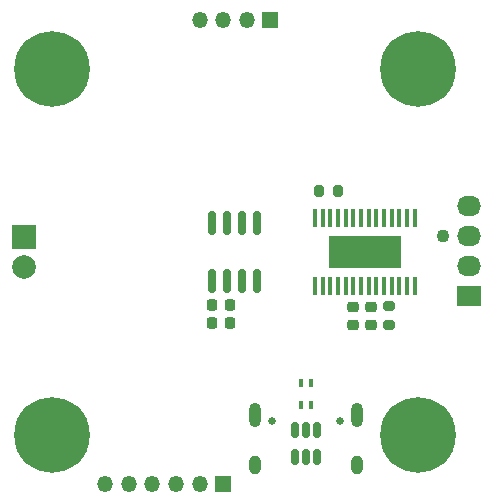
<source format=gbs>
%TF.GenerationSoftware,KiCad,Pcbnew,8.0.4*%
%TF.CreationDate,2024-08-27T17:51:01+02:00*%
%TF.ProjectId,stepper_driver_PCB,73746570-7065-4725-9f64-72697665725f,rev?*%
%TF.SameCoordinates,Original*%
%TF.FileFunction,Soldermask,Bot*%
%TF.FilePolarity,Negative*%
%FSLAX46Y46*%
G04 Gerber Fmt 4.6, Leading zero omitted, Abs format (unit mm)*
G04 Created by KiCad (PCBNEW 8.0.4) date 2024-08-27 17:51:01*
%MOMM*%
%LPD*%
G01*
G04 APERTURE LIST*
G04 Aperture macros list*
%AMRoundRect*
0 Rectangle with rounded corners*
0 $1 Rounding radius*
0 $2 $3 $4 $5 $6 $7 $8 $9 X,Y pos of 4 corners*
0 Add a 4 corners polygon primitive as box body*
4,1,4,$2,$3,$4,$5,$6,$7,$8,$9,$2,$3,0*
0 Add four circle primitives for the rounded corners*
1,1,$1+$1,$2,$3*
1,1,$1+$1,$4,$5*
1,1,$1+$1,$6,$7*
1,1,$1+$1,$8,$9*
0 Add four rect primitives between the rounded corners*
20,1,$1+$1,$2,$3,$4,$5,0*
20,1,$1+$1,$4,$5,$6,$7,0*
20,1,$1+$1,$6,$7,$8,$9,0*
20,1,$1+$1,$8,$9,$2,$3,0*%
G04 Aperture macros list end*
%ADD10R,1.350000X1.350000*%
%ADD11O,1.350000X1.350000*%
%ADD12C,0.800000*%
%ADD13C,6.400000*%
%ADD14R,2.000000X2.000000*%
%ADD15C,2.000000*%
%ADD16C,0.650000*%
%ADD17O,1.000000X2.100000*%
%ADD18O,1.000000X1.600000*%
%ADD19C,1.100000*%
%ADD20R,2.030000X1.730000*%
%ADD21O,2.030000X1.730000*%
%ADD22RoundRect,0.150000X0.150000X-0.825000X0.150000X0.825000X-0.150000X0.825000X-0.150000X-0.825000X0*%
%ADD23RoundRect,0.225000X-0.250000X0.225000X-0.250000X-0.225000X0.250000X-0.225000X0.250000X0.225000X0*%
%ADD24RoundRect,0.150000X-0.150000X0.512500X-0.150000X-0.512500X0.150000X-0.512500X0.150000X0.512500X0*%
%ADD25RoundRect,0.225000X0.225000X0.250000X-0.225000X0.250000X-0.225000X-0.250000X0.225000X-0.250000X0*%
%ADD26RoundRect,0.100000X0.100000X-0.675000X0.100000X0.675000X-0.100000X0.675000X-0.100000X-0.675000X0*%
%ADD27R,6.200000X2.750000*%
%ADD28RoundRect,0.225000X-0.225000X-0.250000X0.225000X-0.250000X0.225000X0.250000X-0.225000X0.250000X0*%
%ADD29RoundRect,0.225000X0.250000X-0.225000X0.250000X0.225000X-0.250000X0.225000X-0.250000X-0.225000X0*%
%ADD30RoundRect,0.200000X-0.275000X0.200000X-0.275000X-0.200000X0.275000X-0.200000X0.275000X0.200000X0*%
%ADD31RoundRect,0.200000X-0.200000X-0.275000X0.200000X-0.275000X0.200000X0.275000X-0.200000X0.275000X0*%
%ADD32R,0.406400X0.762000*%
G04 APERTURE END LIST*
D10*
%TO.C,J2*%
X114500000Y-115150000D03*
D11*
X112499999Y-115150000D03*
X110500000Y-115150000D03*
X108500000Y-115150000D03*
X106500000Y-115150000D03*
X104500000Y-115150000D03*
%TD*%
D10*
%TO.C,J4*%
X118500000Y-75850000D03*
D11*
X116499999Y-75850000D03*
X114500000Y-75850000D03*
X112500000Y-75850000D03*
%TD*%
D12*
%TO.C,H2*%
X128600000Y-80000000D03*
X129302944Y-78302944D03*
X129302944Y-81697056D03*
X131000000Y-77600000D03*
D13*
X131000000Y-80000000D03*
D12*
X131000000Y-82400000D03*
X132697056Y-78302944D03*
X132697056Y-81697056D03*
X133400000Y-80000000D03*
%TD*%
D14*
%TO.C,J1*%
X97600000Y-94200000D03*
D15*
X97600000Y-96740000D03*
%TD*%
D16*
%TO.C,J5*%
X118610000Y-109845000D03*
X124390000Y-109845000D03*
D17*
X117180000Y-109345000D03*
D18*
X117180000Y-113525000D03*
D17*
X125820000Y-109345000D03*
D18*
X125820000Y-113525000D03*
%TD*%
D12*
%TO.C,H1*%
X97600000Y-80000000D03*
X98302944Y-78302944D03*
X98302944Y-81697056D03*
X100000000Y-77600000D03*
D13*
X100000000Y-80000000D03*
D12*
X100000000Y-82400000D03*
X101697056Y-78302944D03*
X101697056Y-81697056D03*
X102400000Y-80000000D03*
%TD*%
D19*
%TO.C,J3*%
X133140000Y-94170000D03*
D20*
X135300000Y-99250000D03*
D21*
X135300000Y-96710000D03*
X135300000Y-94170001D03*
X135300000Y-91630000D03*
%TD*%
D12*
%TO.C,H4*%
X128600000Y-111000000D03*
X129302944Y-109302944D03*
X129302944Y-112697056D03*
X131000000Y-108600000D03*
D13*
X131000000Y-111000000D03*
D12*
X131000000Y-113400000D03*
X132697056Y-109302944D03*
X132697056Y-112697056D03*
X133400000Y-111000000D03*
%TD*%
%TO.C,H3*%
X97600000Y-111000000D03*
X98302944Y-109302944D03*
X98302944Y-112697056D03*
X100000000Y-108600000D03*
D13*
X100000000Y-111000000D03*
D12*
X100000000Y-113400000D03*
X101697056Y-109302944D03*
X101697056Y-112697056D03*
X102400000Y-111000000D03*
%TD*%
D22*
%TO.C,U2*%
X117405000Y-97975000D03*
X116135000Y-97975000D03*
X114865000Y-97975000D03*
X113595000Y-97975000D03*
X113595000Y-93025000D03*
X114865000Y-93025000D03*
X116135000Y-93025000D03*
X117405000Y-93025000D03*
%TD*%
D23*
%TO.C,C15*%
X127000000Y-100125000D03*
X127000000Y-101675000D03*
%TD*%
D24*
%TO.C,U6*%
X120550001Y-110562500D03*
X121500000Y-110562500D03*
X122449999Y-110562500D03*
X122449999Y-112837500D03*
X121500000Y-112837500D03*
X120550001Y-112837500D03*
%TD*%
D25*
%TO.C,C4*%
X115075000Y-101500000D03*
X113525000Y-101500000D03*
%TD*%
D26*
%TO.C,U5*%
X130725000Y-98375000D03*
X130075000Y-98375000D03*
X129425000Y-98375000D03*
X128775000Y-98375000D03*
X128125001Y-98375000D03*
X127475000Y-98375000D03*
X126825000Y-98375000D03*
X126175000Y-98375000D03*
X125525000Y-98375000D03*
X124874999Y-98375000D03*
X124225000Y-98375000D03*
X123575000Y-98375000D03*
X122925000Y-98375000D03*
X122275000Y-98375000D03*
X122275000Y-92625000D03*
X122925000Y-92625000D03*
X123575000Y-92625000D03*
X124225000Y-92625000D03*
X124874999Y-92625000D03*
X125525000Y-92625000D03*
X126175000Y-92625000D03*
X126825000Y-92625000D03*
X127475000Y-92625000D03*
X128125001Y-92625000D03*
X128775000Y-92625000D03*
X129425000Y-92625000D03*
X130075000Y-92625000D03*
X130725000Y-92625000D03*
D27*
X126500000Y-95500000D03*
%TD*%
D28*
%TO.C,C3*%
X113550000Y-100000000D03*
X115100000Y-100000000D03*
%TD*%
D29*
%TO.C,C16*%
X125500000Y-101675000D03*
X125500000Y-100125000D03*
%TD*%
D30*
%TO.C,R10*%
X128500000Y-100075000D03*
X128500000Y-101725000D03*
%TD*%
D31*
%TO.C,R1*%
X122575000Y-90300000D03*
X124225000Y-90300000D03*
%TD*%
D32*
%TO.C,FL1*%
X121093600Y-108424999D03*
X121093600Y-106575001D03*
X121906400Y-106575001D03*
X121906400Y-108424999D03*
%TD*%
M02*

</source>
